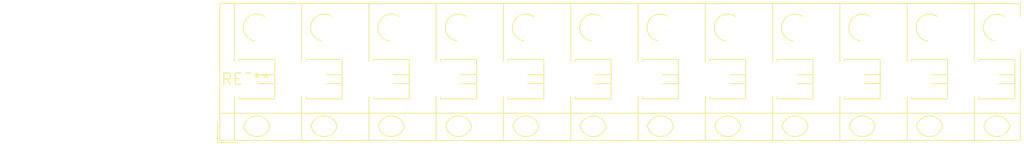
<source format=kicad_pcb>
(kicad_pcb (version 20240108) (generator pcbnew)
  (layers (0 "F.Cu" signal) (31 "B.Cu" signal) (34 "B.Paste" user) (35 "F.Paste" user) (36 "B.SilkS" user "B.Silkscreen") (37 "F.SilkS" user "F.Silkscreen") (38 "B.Mask" user) (39 "F.Mask" user) (44 "Edge.Cuts" user))
  (net 0 "")
  (footprint "TerminalBlock_WAGO_804-312_1x12_P7.50mm_45Degree" (layer "F.Cu") (at 0 0)
    (property "Reference" "REF**")
    (property "Value" "TerminalBlock_WAGO_804-312_1x12_P7.50mm_45Degree")
    (fp_line (start -3.11 4.82) (end -3.11 7.06) (layer "F.SilkS") (stroke (width 0.12)))
    (fp_line (start -3.11 7.06) (end -1.11 7.06) (layer "F.SilkS") (stroke (width 0.12)))
    (fp_line (start -2.87 -8.42) (end -2.87 6.82) (layer "F.SilkS") (stroke (width 0.12)))
    (fp_line (start -2.87 -8.42) (end 86.37 -8.42) (layer "F.SilkS") (stroke (width 0.12)))
    (fp_line (start -2.87 3.8) (end 86.37 3.8) (layer "F.SilkS") (stroke (width 0.12)))
    (fp_line (start -2.87 6.82) (end 86.37 6.82) (layer "F.SilkS") (stroke (width 0.12)))
    (fp_line (start -1.25 -8.42) (end -1.25 -1.98) (layer "F.SilkS") (stroke (width 0.12)))
    (fp_line (start -1.25 1.98) (end -1.25 6.82) (layer "F.SilkS") (stroke (width 0.12)))
    (fp_line (start -0.75 -2.2) (end -0.75 -1.98) (layer "F.SilkS") (stroke (width 0.12)))
    (fp_line (start -0.75 -2.2) (end 3.25 -2.2) (layer "F.SilkS") (stroke (width 0.12)))
    (fp_line (start -0.75 1.98) (end -0.75 2.2) (layer "F.SilkS") (stroke (width 0.12)))
    (fp_line (start -0.75 2.2) (end 3.25 2.2) (layer "F.SilkS") (stroke (width 0.12)))
    (fp_line (start 1.48 -0.5) (end 3.25 -0.5) (layer "F.SilkS") (stroke (width 0.12)))
    (fp_line (start 1.48 0.5) (end 3.25 0.5) (layer "F.SilkS") (stroke (width 0.12)))
    (fp_line (start 3.25 -2.2) (end 3.25 2.2) (layer "F.SilkS") (stroke (width 0.12)))
    (fp_line (start 3.25 -0.5) (end 3.25 0.5) (layer "F.SilkS") (stroke (width 0.12)))
    (fp_line (start 6.25 -8.42) (end 6.25 -1.98) (layer "F.SilkS") (stroke (width 0.12)))
    (fp_line (start 6.25 1.98) (end 6.25 6.82) (layer "F.SilkS") (stroke (width 0.12)))
    (fp_line (start 6.75 -2.2) (end 6.75 -1.98) (layer "F.SilkS") (stroke (width 0.12)))
    (fp_line (start 6.75 -2.2) (end 10.75 -2.2) (layer "F.SilkS") (stroke (width 0.12)))
    (fp_line (start 6.75 1.98) (end 6.75 2.2) (layer "F.SilkS") (stroke (width 0.12)))
    (fp_line (start 6.75 2.2) (end 10.75 2.2) (layer "F.SilkS") (stroke (width 0.12)))
    (fp_line (start 8.98 -0.5) (end 10.75 -0.5) (layer "F.SilkS") (stroke (width 0.12)))
    (fp_line (start 8.98 0.5) (end 10.75 0.5) (layer "F.SilkS") (stroke (width 0.12)))
    (fp_line (start 10.75 -2.2) (end 10.75 2.2) (layer "F.SilkS") (stroke (width 0.12)))
    (fp_line (start 10.75 -0.5) (end 10.75 0.5) (layer "F.SilkS") (stroke (width 0.12)))
    (fp_line (start 13.75 -8.42) (end 13.75 -1.98) (layer "F.SilkS") (stroke (width 0.12)))
    (fp_line (start 13.75 1.98) (end 13.75 6.82) (layer "F.SilkS") (stroke (width 0.12)))
    (fp_line (start 14.25 -2.2) (end 14.25 -1.98) (layer "F.SilkS") (stroke (width 0.12)))
    (fp_line (start 14.25 -2.2) (end 18.25 -2.2) (layer "F.SilkS") (stroke (width 0.12)))
    (fp_line (start 14.25 1.98) (end 14.25 2.2) (layer "F.SilkS") (stroke (width 0.12)))
    (fp_line (start 14.25 2.2) (end 18.25 2.2) (layer "F.SilkS") (stroke (width 0.12)))
    (fp_line (start 16.48 -0.5) (end 18.25 -0.5) (layer "F.SilkS") (stroke (width 0.12)))
    (fp_line (start 16.48 0.5) (end 18.25 0.5) (layer "F.SilkS") (stroke (width 0.12)))
    (fp_line (start 18.25 -2.2) (end 18.25 2.2) (layer "F.SilkS") (stroke (width 0.12)))
    (fp_line (start 18.25 -0.5) (end 18.25 0.5) (layer "F.SilkS") (stroke (width 0.12)))
    (fp_line (start 21.25 -8.42) (end 21.25 -1.98) (layer "F.SilkS") (stroke (width 0.12)))
    (fp_line (start 21.25 1.98) (end 21.25 6.82) (layer "F.SilkS") (stroke (width 0.12)))
    (fp_line (start 21.75 -2.2) (end 21.75 -1.98) (layer "F.SilkS") (stroke (width 0.12)))
    (fp_line (start 21.75 -2.2) (end 25.75 -2.2) (layer "F.SilkS") (stroke (width 0.12)))
    (fp_line (start 21.75 1.98) (end 21.75 2.2) (layer "F.SilkS") (stroke (width 0.12)))
    (fp_line (start 21.75 2.2) (end 25.75 2.2) (layer "F.SilkS") (stroke (width 0.12)))
    (fp_line (start 23.98 -0.5) (end 25.75 -0.5) (layer "F.SilkS") (stroke (width 0.12)))
    (fp_line (start 23.98 0.5) (end 25.75 0.5) (layer "F.SilkS") (stroke (width 0.12)))
    (fp_line (start 25.75 -2.2) (end 25.75 2.2) (layer "F.SilkS") (stroke (width 0.12)))
    (fp_line (start 25.75 -0.5) (end 25.75 0.5) (layer "F.SilkS") (stroke (width 0.12)))
    (fp_line (start 28.75 -8.42) (end 28.75 -1.98) (layer "F.SilkS") (stroke (width 0.12)))
    (fp_line (start 28.75 1.98) (end 28.75 6.82) (layer "F.SilkS") (stroke (width 0.12)))
    (fp_line (start 29.25 -2.2) (end 29.25 -1.98) (layer "F.SilkS") (stroke (width 0.12)))
    (fp_line (start 29.25 -2.2) (end 33.25 -2.2) (layer "F.SilkS") (stroke (width 0.12)))
    (fp_line (start 29.25 1.98) (end 29.25 2.2) (layer "F.SilkS") (stroke (width 0.12)))
    (fp_line (start 29.25 2.2) (end 33.25 2.2) (layer "F.SilkS") (stroke (width 0.12)))
    (fp_line (start 31.48 -0.5) (end 33.25 -0.5) (layer "F.SilkS") (stroke (width 0.12)))
    (fp_line (start 31.48 0.5) (end 33.25 0.5) (layer "F.SilkS") (stroke (width 0.12)))
    (fp_line (start 33.25 -2.2) (end 33.25 2.2) (layer "F.SilkS") (stroke (width 0.12)))
    (fp_line (start 33.25 -0.5) (end 33.25 0.5) (layer "F.SilkS") (stroke (width 0.12)))
    (fp_line (start 36.25 -8.42) (end 36.25 -1.98) (layer "F.SilkS") (stroke (width 0.12)))
    (fp_line (start 36.25 1.98) (end 36.25 6.82) (layer "F.SilkS") (stroke (width 0.12)))
    (fp_line (start 36.75 -2.2) (end 36.75 -1.98) (layer "F.SilkS") (stroke (width 0.12)))
    (fp_line (start 36.75 -2.2) (end 40.75 -2.2) (layer "F.SilkS") (stroke (width 0.12)))
    (fp_line (start 36.75 1.98) (end 36.75 2.2) (layer "F.SilkS") (stroke (width 0.12)))
    (fp_line (start 36.75 2.2) (end 40.75 2.2) (layer "F.SilkS") (stroke (width 0.12)))
    (fp_line (start 38.98 -0.5) (end 40.75 -0.5) (layer "F.SilkS") (stroke (width 0.12)))
    (fp_line (start 38.98 0.5) (end 40.75 0.5) (layer "F.SilkS") (stroke (width 0.12)))
    (fp_line (start 40.75 -2.2) (end 40.75 2.2) (layer "F.SilkS") (stroke (width 0.12)))
    (fp_line (start 40.75 -0.5) (end 40.75 0.5) (layer "F.SilkS") (stroke (width 0.12)))
    (fp_line (start 43.75 -8.42) (end 43.75 -1.98) (layer "F.SilkS") (stroke (width 0.12)))
    (fp_line (start 43.75 1.98) (end 43.75 6.82) (layer "F.SilkS") (stroke (width 0.12)))
    (fp_line (start 44.25 -2.2) (end 44.25 -1.98) (layer "F.SilkS") (stroke (width 0.12)))
    (fp_line (start 44.25 -2.2) (end 48.25 -2.2) (layer "F.SilkS") (stroke (width 0.12)))
    (fp_line (start 44.25 1.98) (end 44.25 2.2) (layer "F.SilkS") (stroke (width 0.12)))
    (fp_line (start 44.25 2.2) (end 48.25 2.2) (layer "F.SilkS") (stroke (width 0.12)))
    (fp_line (start 46.48 -0.5) (end 48.25 -0.5) (layer "F.SilkS") (stroke (width 0.12)))
    (fp_line (start 46.48 0.5) (end 48.25 0.5) (layer "F.SilkS") (stroke (width 0.12)))
    (fp_line (start 48.25 -2.2) (end 48.25 2.2) (layer "F.SilkS") (stroke (width 0.12)))
    (fp_line (start 48.25 -0.5) (end 48.25 0.5) (layer "F.SilkS") (stroke (width 0.12)))
    (fp_line (start 51.25 -8.42) (end 51.25 -1.98) (layer "F.SilkS") (stroke (width 0.12)))
    (fp_line (start 51.25 1.98) (end 51.25 6.82) (layer "F.SilkS") (stroke (width 0.12)))
    (fp_line (start 51.75 -2.2) (end 51.75 -1.98) (layer "F.SilkS") (stroke (width 0.12)))
    (fp_line (start 51.75 -2.2) (end 55.75 -2.2) (layer "F.SilkS") (stroke (width 0.12)))
    (fp_line (start 51.75 1.98) (end 51.75 2.2) (layer "F.SilkS") (stroke (width 0.12)))
    (fp_line (start 51.75 2.2) (end 55.75 2.2) (layer "F.SilkS") (stroke (width 0.12)))
    (fp_line (start 53.98 -0.5) (end 55.75 -0.5) (layer "F.SilkS") (stroke (width 0.12)))
    (fp_line (start 53.98 0.5) (end 55.75 0.5) (layer "F.SilkS") (stroke (width 0.12)))
    (fp_line (start 55.75 -2.2) (end 55.75 2.2) (layer "F.SilkS") (stroke (width 0.12)))
    (fp_line (start 55.75 -0.5) (end 55.75 0.5) (layer "F.SilkS") (stroke (width 0.12)))
    (fp_line (start 58.75 -8.42) (end 58.75 -1.98) (layer "F.SilkS") (stroke (width 0.12)))
    (fp_line (start 58.75 1.98) (end 58.75 6.82) (layer "F.SilkS") (stroke (width 0.12)))
    (fp_line (start 59.25 -2.2) (end 59.25 -1.98) (layer "F.SilkS") (stroke (width 0.12)))
    (fp_line (start 59.25 -2.2) (end 63.25 -2.2) (layer "F.SilkS") (stroke (width 0.12)))
    (fp_line (start 59.25 1.98) (end 59.25 2.2) (layer "F.SilkS") (stroke (width 0.12)))
    (fp_line (start 59.25 2.2) (end 63.25 2.2) (layer "F.SilkS") (stroke (width 0.12)))
    (fp_line (start 61.48 -0.5) (end 63.25 -0.5) (layer "F.SilkS") (stroke (width 0.12)))
    (fp_line (start 61.48 0.5) (end 63.25 0.5) (layer "F.SilkS") (stroke (width 0.12)))
    (fp_line (start 63.25 -2.2) (end 63.25 2.2) (layer "F.SilkS") (stroke (width 0.12)))
    (fp_line (start 63.25 -0.5) (end 63.25 0.5) (layer "F.SilkS") (stroke (width 0.12)))
    (fp_line (start 66.25 -8.42) (end 66.25 -1.98) (layer "F.SilkS") (stroke (width 0.12)))
    (fp_line (start 66.25 1.98) (end 66.25 6.82) (layer "F.SilkS") (stroke (width 0.12)))
    (fp_line (start 66.75 -2.2) (end 66.75 -1.98) (layer "F.SilkS") (stroke (width 0.12)))
    (fp_line (start 66.75 -2.2) (end 70.75 -2.2) (layer "F.SilkS") (stroke (width 0.12)))
    (fp_line (start 66.75 1.98) (end 66.75 2.2) (layer "F.SilkS") (stroke (width 0.12)))
    (fp_line (start 66.75 2.2) (end 70.75 2.2) (layer "F.SilkS") (stroke (width 0.12)))
    (fp_line (start 68.98 -0.5) (end 70.75 -0.5) (layer "F.SilkS") (stroke (width 0.12)))
    (fp_line (start 68.98 0.5) (end 70.75 0.5) (layer "F.SilkS") (stroke (width 0.12)))
    (fp_line (start 70.75 -2.2) (end 70.75 2.2) (layer "F.SilkS") (stroke (width 0.12)))
    (fp_line (start 70.75 -0.5) (end 70.75 0.5) (layer "F.SilkS") (stroke (width 0.12)))
    (fp_line (start 73.75 -8.42) (end 73.75 -1.98) (layer "F.SilkS") (stroke (width 0.12)))
    (fp_line (start 73.75 1.98) (end 73.75 6.82) (layer "F.SilkS") (stroke (width 0.12)))
    (fp_line (start 74.25 -2.2) (end 74.25 -1.98) (layer "F.SilkS") (stroke (width 0.12)))
    (fp_line (start 74.25 -2.2) (end 78.25 -2.2) (layer "F.SilkS") (stroke (width 0.12)))
    (fp_line (start 74.25 1.98) (end 74.25 2.2) (layer "F.SilkS") (stroke (width 0.12)))
    (fp_line (start 74.25 2.2) (end 78.25 2.2) (layer "F.SilkS") (stroke (width 0.12)))
    (fp_line (start 76.48 -0.5) (end 78.25 -0.5) (layer "F.SilkS") (stroke (width 0.12)))
    (fp_line (start 76.48 0.5) (end 78.25 0.5) (layer "F.SilkS") (stroke (width 0.12)))
    (fp_line (start 78.25 -2.2) (end 78.25 2.2) (layer "F.SilkS") (stroke (width 0.12)))
    (fp_line (start 78.25 -0.5) (end 78.25 0.5) (layer "F.SilkS") (stroke (width 0.12)))
    (fp_line (start 81.25 -8.42) (end 81.25 -1.98) (layer "F.SilkS") (stroke (width 0.12)))
    (fp_line (start 81.25 1.98) (end 81.25 6.82) (layer "F.SilkS") (stroke (width 0.12)))
    (fp_line (start 81.75 -2.2) (end 81.75 -1.98) (layer "F.SilkS") (stroke (width 0.12)))
    (fp_line (start 81.75 -2.2) (end 85.75 -2.2) (layer "F.SilkS") (stroke (width 0.12)))
    (fp_line (start 81.75 1.98) (end 81.75 2.2) (layer "F.SilkS") (stroke (width 0.12)))
    (fp_line (start 81.75 2.2) (end 85.75 2.2) (layer "F.SilkS") (stroke (width 0.12)))
    (fp_line (start 83.98 -0.5) (end 85.75 -0.5) (layer "F.SilkS") (stroke (width 0.12)))
    (fp_line (start 83.98 0.5) (end 85.75 0.5) (layer "F.SilkS") (stroke (width 0.12)))
    (fp_line (start 85.75 -2.2) (end 85.75 2.2) (layer "F.SilkS") (stroke (width 0.12)))
    (fp_line (start 85.75 -0.5) (end 85.75 0.5) (layer "F.SilkS") (stroke (width 0.12)))
    (fp_line (start 86.37 -8.42) (end 86.37 -6.98) (layer "F.SilkS") (stroke (width 0.12)))
    (fp_line (start 86.37 -3.02) (end 86.37 6.82) (layer "F.SilkS") (stroke (width 0.12)))
    (fp_arc (start -0.200865 5.250424) (mid 1.250296 4.099926) (end 2.701 5.251) (layer "F.SilkS") (stroke (width 0.12)))
    (fp_arc (start 1.040798 -4.264067) (mid -0.146039 -6.300306) (end 2.111 -6.979) (layer "F.SilkS") (stroke (width 0.12)))
    (fp_arc (start 2.7 5.25) (mid 1.250068 6.400101) (end -0.199969 5.250133) (layer "F.SilkS") (stroke (width 0.12)))
    (fp_arc (start 7.299135 5.250424) (mid 8.750296 4.099926) (end 10.201 5.251) (layer "F.SilkS") (stroke (width 0.12)))
    (fp_arc (start 8.540798 -4.264067) (mid 7.353961 -6.300306) (end 9.611 -6.979) (layer "F.SilkS") (stroke (width 0.12)))
    (fp_arc (start 10.2 5.25) (mid 8.750068 6.400101) (end 7.300031 5.250133) (layer "F.SilkS") (stroke (width 0.12)))
    (fp_arc (start 14.799135 5.250424) (mid 16.250296 4.099926) (end 17.701 5.251) (layer "F.SilkS") (stroke (width 0.12)))
    (fp_arc (start 16.040798 -4.264067) (mid 14.853961 -6.300306) (end 17.111 -6.979) (layer "F.SilkS") (stroke (width 0.12)))
    (fp_arc (start 17.7 5.25) (mid 16.250068 6.400101) (end 14.800031 5.250133) (layer "F.SilkS") (stroke (width 0.12)))
    (fp_arc (start 22.299135 5.250424) (mid 23.750296 4.099926) (end 25.201 5.251) (layer "F.SilkS") (stroke (width 0.12)))
    (fp_arc (start 23.540798 -4.264067) (mid 22.353961 -6.300306) (end 24.611 -6.979) (layer "F.SilkS") (stroke (width 0.12)))
    (fp_arc (start 25.2 5.25) (mid 23.750068 6.400101) (end 22.300031 5.250133) (layer "F.SilkS") (stroke (width 0.12)))
    (fp_arc (start 29.799135 5.250424) (mid 31.250296 4.099926) (end 32.701 5.251) (layer "F.SilkS") (stroke (width 0.12)))
    (fp_arc (start 31.040798 -4.264067) (mid 29.853961 -6.300306) (end 32.111 -6.979) (layer "F.SilkS") (stroke (width 0.12)))
    (fp_arc (start 32.701 5.25) (mid 31.250296 6.401074) (end 29.799135 5.250576) (layer "F.SilkS") (stroke (width 0.12)))
    (fp_arc (start 37.299135 5.250424) (mid 38.750296 4.099926) (end 40.201 5.251) (layer "F.SilkS") (stroke (width 0.12)))
    (fp_arc (start 38.540798 -4.264067) (mid 37.353961 -6.300306) (end 39.611 -6.979) (layer "F.SilkS") (stroke (width 0.12)))
    (fp_arc (start 40.2 5.25) (mid 38.750068 6.400101) (end 37.300031 5.250133) (layer "F.SilkS") (stroke (width 0.12)))
    (fp_arc (start 44.799135 5.250424) (mid 46.250296 4.099926) (end 47.701 5.251) (layer "F.SilkS") (stroke (width 0.12)))
    (fp_arc (start 46.040798 -4.264067) (mid 44.853961 -6.300306) (end 47.111 -6.979) (layer "F.SilkS") (stroke (width 0.12)))
    (fp_arc (start 47.7 5.25) (mid 46.250068 6.400101) (end 44.800031 5.250133) (layer "F.SilkS") (stroke (width 0.12)))
    (fp_arc (start 52.299135 5.250424) (mid 53.750296 4.099926) (end 55.201 5.251) (layer "F.SilkS") (stroke (width 0.12)))
    (fp_arc (start 53.540798 -4.264067) (mid 52.353961 -6.300306) (end 54.611 -6.979) (layer "F.SilkS") (stroke (width 0.12)))
    (fp_arc (start 55.2 5.25) (mid 53.750068 6.400101) (end 52.300031 5.250133) (layer "F.SilkS") (stroke (width 0.12)))
    (fp_arc (start 59.799135 5.250424) (mid 61.250296 4.099926) (end 62.701 5.251) (layer "F.SilkS") (stroke (width 0.12)))
    (fp_arc (start 61.040798 -4.264067) (mid 59.853961 -6.300306) (end 62.111 -6.979) (layer "F.SilkS") (stroke (width 0.12)))
    (fp_arc (start 62.7 5.25) (mid 61.250068 6.400101) (end 59.800031 5.250133) (layer "F.SilkS") (stroke (width 0.12)))
    (fp_arc (start 67.299135 5.250424) (mid 68.750296 4.099926) (end 70.201 5.251) (layer "F.SilkS") (stroke (width 0.12)))
    (fp_arc (start 68.540798 -4.264067) (mid 67.353961 -6.300306) (end 69.611 -6.979) (layer "F.SilkS") (stroke (width 0.12)))
    (fp_arc (start 70.2 5.25) (mid 68.750068 6.400101) (end 67.300031 5.250133) (layer "F.SilkS") (stroke (width 0.12)))
    (fp_arc (start 74.799135 5.250424) (mid 76.250296 4.099926) (end 77.701 5.251) (layer "F.SilkS") (stroke (width 0.12)))
    (fp_arc (start 76.040798 -4.264067) (mid 74.853961 -6.300306) (end 77.111 -6.979) (layer "F.SilkS") (stroke (width 0.12)))
    (fp_arc (start 77.7 5.25) (mid 76.250068 6.400101) (end 74.800031 5.250133) (layer "F.SilkS") (stroke (width 0.12)))
    (fp_arc (start 82.299135 5.250424) (mid 83.750296 4.099926) (end 85.201 5.251) (layer "F.SilkS") (stroke (width 0.12)))
    (fp_arc (start 83.540798 -4.264067) (mid 82.353961 -6.300306) (end 84.611 -6.979) (layer "F.SilkS") (stroke (width 0.12)))
    (fp_arc (start 85.2 5.25) (mid 83.750068 6.400101) (end 82.300031 5.250133) (layer "F.SilkS") (stroke (width 0.12)))
    (pad "1" thru_hole rect (at 0 0) (size 2 3) (drill 1.2) (layers *.Cu *.Mask) (remove_unused_layers))
    (pad "1" thru_hole rect (at 2.5 -5) (size 2 3) (drill 1.2) (layers *.Cu *.Mask) (remove_unused_layers))
    (pad "2" thru_hole oval (at 7.5 0) (size 2 3) (drill 1.2) (layers *.Cu *.Mask) (remove_unused_layers))
    (pad "2" thru_hole oval (at 10 -5) (size 2 3) (drill 1.2) (layers *.Cu *.Mask) (remove_unused_layers))
    (pad "3" thru_hole oval (at 15 0) (size 2 3) (drill 1.2) (layers *.Cu *.Mask) (remove_unused_layers))
    (pad "3" thru_hole oval (at 17.5 -5) (size 2 3) (drill 1.2) (layers *.Cu *.Mask) (remove_unused_layers))
    (pad "4" thru_hole oval (at 22.5 0) (size 2 3) (drill 1.2) (layers *.Cu *.Mask) (remove_unused_layers))
    (pad "4" thru_hole oval (at 25 -5) (size 2 3) (drill 1.2) (layers *.Cu *.Mask) (remove_unused_layers))
    (pad "5" thru_hole oval (at 30 0) (size 2 3) (drill 1.2) (layers *.Cu *.Mask) (remove_unused_layers))
    (pad "5" thru_hole oval (at 32.5 -5) (size 2 3) (drill 1.2) (layers *.Cu *.Mask) (remove_unused_layers))
    (pad "6" thru_hole oval (at 37.5 0) (size 2 3) (drill 1.2) (layers *.Cu *.Mask) (remove_unused_layers))
    (pad "6" thru_hole oval (at 40 -5) (size 2 3) (drill 1.2) (layers *.Cu *.Mask) (remove_unused_layers))
    (pad "7" thru_hole oval (at 45 0) (size 2 3) (drill 1.2) (layers *.Cu *.Mask) (remove_unused_layers))
    (pad "7" thru_hole oval (at 47.5 -5) (size 2 3) (drill 1.2) (layers *.Cu *.Mask) (remove_unused_layers))
    (pad "8" thru_hole oval (at 52.5 0) (size 2 3) (drill 1.2) (layers *.Cu *.Mask) (remove_unused_layers))
    (pad "8" thru_hole oval (at 55 -5) (size 2 3) (drill 1.2) (layers *.Cu *.Mask) (remove_unused_layers))
    (pad "9" thru_hole oval (at 60 0) (size 2 3) (drill 1.2) (layers *.Cu *.Mask) (remove_unused_layers))
    (pad "9" thru_hole oval (at 62.5 -5) (size 2 3) (drill 1.2) (layers *.Cu *.Mask) (remove_unused_layers))
    (pad "10" thru_hole oval (at 67.5 0) (size 2 3) (drill 1.2) (layers *.Cu *.Mask) (remove_unused_layers))
    (pad "10" thru_hole oval (at 70 -5) (size 2 3) (drill 1.2) (layers *.Cu *.Mask) (remove_unused_layers))
    (pad "11" thru_hole oval (at 75 0) (size 2 3) (drill 1.2) (layers *.Cu *.Mask) (remove_unused_layers))
    (pad "11" thru_hole oval (at 77.5 -5) (size 2 3) (drill 1.2) (layers *.Cu *.Mask) (remove_unused_layers))
    (pad "12" thru_hole oval (at 82.5 0) (size 2 3) (drill 1.2) (layers *.Cu *.Mask) (remove_unused_layers))
    (pad "12" thru_hole oval (at 85 -5) (size 2 3) (drill 1.2) (layers *.Cu *.Mask) (remove_unused_layers))
  )
)
</source>
